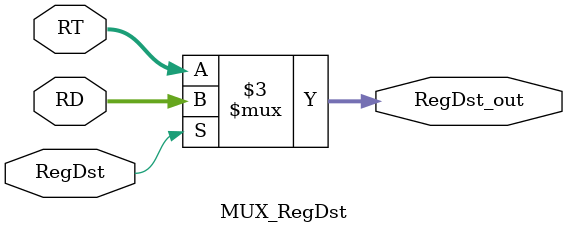
<source format=sv>
module MUX_RegDst(
	input logic RegDst,
	input logic [4:0] RT, //target register
	input logic [4:0] RD,
	output logic [4:0] RegDst_out
);

	always_comb begin
    	if (RegDst)
        	RegDst_out = RD;
    	else
        	RegDst_out = RT;
	end

endmodule

</source>
